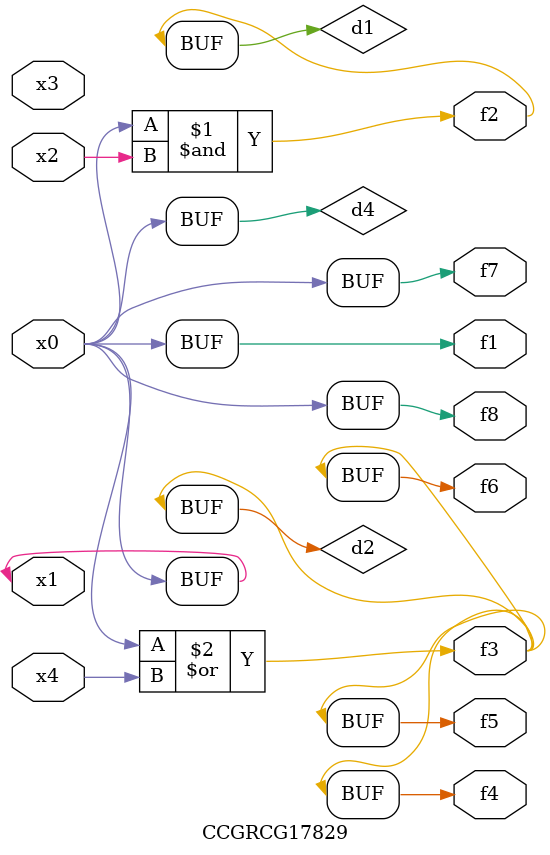
<source format=v>
module CCGRCG17829(
	input x0, x1, x2, x3, x4,
	output f1, f2, f3, f4, f5, f6, f7, f8
);

	wire d1, d2, d3, d4;

	and (d1, x0, x2);
	or (d2, x0, x4);
	nand (d3, x0, x2);
	buf (d4, x0, x1);
	assign f1 = d4;
	assign f2 = d1;
	assign f3 = d2;
	assign f4 = d2;
	assign f5 = d2;
	assign f6 = d2;
	assign f7 = d4;
	assign f8 = d4;
endmodule

</source>
